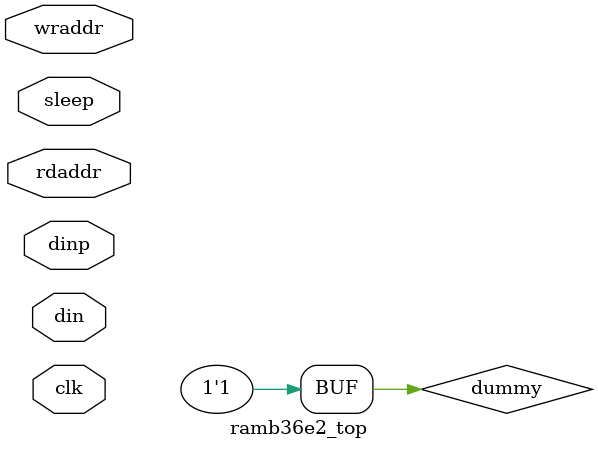
<source format=sv>

`default_nettype none

module bram_col #(
    parameter integer C_THROTTLE_MODE       = 1, // 1: clock throttling with BUFG, 0: throttle clock enable of sites FF input oscillator
    parameter integer N_BRAM                = 0, // N_BRAM max = 12
    parameter integer DISABLE_SIM_ASSERT    = 0
) (
    input wire clk,    // throttle if C_THROTTLE_MODE = 1
    input wire reset,
    input wire enable, // SW
    input wire tog_en  // throttle if C_THROTTLE_MODE = 0
);
    // Generate a column of oscillators need more than N_BRAM
    localparam integer N_SLICE_COL = 2; // = max slice used within teh column
    localparam integer N_FF_SLICE  = 16; // = Number of bits per SLICE

    generate
        if (N_BRAM > 0) begin

            (*dont_touch ="true"*) logic sleep = 1'b1;
            // pipeline enable for replication
            always_ff @(posedge clk) begin
                if (reset) begin
                    sleep <= 1'b1;
                end else begin
                    sleep <= ~enable;
                end
            end

            (*dont_touch ="true"*) logic ff = 1'b0;
            always_ff @(posedge clk) begin
                if ((C_THROTTLE_MODE == 0) && (tog_en & enable)
                 || (C_THROTTLE_MODE == 1) && (enable)) begin
                    ff <= ~ff;
                end
            end

            for (genvar kk = 0; kk < N_BRAM; kk++) begin : genblk_ramb36e2
                ramb36e2_top #(
                    .DISABLE_SIM_ASSERT ( DISABLE_SIM_ASSERT )
                ) u_ramb36e2_top (
                    .clk     ( clk      ),
                    .rdaddr  ( {15{ff}} ),
                    .wraddr  ( {15{ff}} ),
                    .din     ( {64{ff}} ),
                    .dinp    ( { 8{ff}} ),
                    .sleep   ( sleep    )
                );
            end : genblk_ramb36e2
        end
    endgenerate
endmodule : bram_col

//-----------------------------------------------------------

module ramb36e2_top #(
    parameter integer DISABLE_SIM_ASSERT = 0
) (
    input  wire         clk,
    input  wire [14:0]  rdaddr,
    input  wire [14:0]  wraddr,
    input  wire [63:0]  din,
    input  wire [7:0]   dinp,
    input  wire         sleep
 );

    (*dont_touch = "true"*) wire [63:0] wire_DOUT;
    (*dont_touch = "true"*) wire [7:0]  wire_DOUTP;
    (*dont_touch = "true"*) wire [31:0] wire_CASDOUTB;
    (*dont_touch = "true"*) wire [3:0]  wire_CASDOUTPB;
    (*dont_touch = "true"*) wire [31:0] wire_CASDOUTA;
    (*dont_touch = "true"*) wire [3:0]  wire_CASDOUTPA;
    (*dont_touch = "true"*) wire        wire_CASOUTDBITERR;
    (*dont_touch = "true"*) wire        wire_CASOUTSBITERR;
    (*dont_touch = "true"*) wire        wire_DBITERR;
    (*dont_touch = "true"*) wire [7:0]  wire_ECCPARITY;
    (*dont_touch = "true"*) wire [8:0]  wire_RDADDRECC;
    (*dont_touch = "true"*) wire        wire_SBITERR;

    // Use this to suppress warning in simulation, don't care in RTL
    wire  dummy;
    generate
        if (DISABLE_SIM_ASSERT == 1) begin
            wire  dummy_comb = (~sleep);
            logic dummy_seq = 1'b0;
            logic dummy_seq_d = 1'b0;
            always_ff @(posedge clk) begin
                dummy_seq   <= dummy_comb;
                dummy_seq_d <= dummy_seq;
            end
            assign  dummy = dummy_comb & dummy_seq & dummy_seq_d; // Apply for some cycles
        end else begin
            assign  dummy = 1'b1;
        end
    endgenerate

    // RAMB36E2: 36K-bit Configurable Synchronous Block RAM
    //           Virtex UltraScale+
    //           SDP 72
    // Xilinx HDL Language Template, version 2018.2

    RAMB36E2 #(
        .CASCADE_ORDER_A            ("NONE"     ), // "FIRST", "MIDDLE", "LAST", "NONE"
        .CASCADE_ORDER_B            ("NONE"     ), // "FIRST", "MIDDLE", "LAST", "NONE"
        .CLOCK_DOMAINS              ("COMMON"   ), // "COMMON", "INDEPENDENT"
        .DOB_REG                    (1          ), // Optional output register (0, 1)
        .SIM_COLLISION_CHECK        ("NONE"     ), // Collision check: "ALL", "GENERATE_X_ONLY", "NONE", "WARNING_ONLY"
        .DOA_REG                    (1          ), // Optional output register (0, 1)
        .ENADDRENA                  ("FALSE"    ), // Address enable pin enable, "TRUE", "FALSE"
        .ENADDRENB                  ("FALSE"    ), // Address enable pin enable, "TRUE", "FALSE"
        .EN_ECC_PIPE                ("FALSE"    ), // ECC pipeline register, "TRUE"/"FALSE"
        .EN_ECC_READ                ("FALSE"    ), // Enable ECC decoder, "TRUE"/"FALSE"
        .EN_ECC_WRITE               ("FALSE"    ), // Enable ECC encoder, "TRUE"/"FALSE"
        .IS_CLKARDCLK_INVERTED      (1'b0       ), // Programmable Inversion Attributes: Specifies the use of the built-in programmable inversion
        .IS_CLKBWRCLK_INVERTED      (1'b1       ), // Programmable Inversion Attributes: Specifies the use of the built-in programmable inversion
        .IS_ENARDEN_INVERTED        (1'b0       ), // Programmable Inversion Attributes: Specifies the use of the built-in programmable inversion
        .IS_ENBWREN_INVERTED        (1'b0       ), // Programmable Inversion Attributes: Specifies the use of the built-in programmable inversion
        .IS_RSTRAMARSTRAM_INVERTED  (1'b0       ), // Programmable Inversion Attributes: Specifies the use of the built-in programmable inversion
        .IS_RSTRAMB_INVERTED        (1'b0       ), // Programmable Inversion Attributes: Specifies the use of the built-in programmable inversion
        .IS_RSTREGARSTREG_INVERTED  (1'b0       ), // Programmable Inversion Attributes: Specifies the use of the built-in programmable inversion
        .IS_RSTREGB_INVERTED        (1'b0       ), // Programmable Inversion Attributes: Specifies the use of the built-in programmable inversion
        .RDADDRCHANGEA              ("FALSE"    ), // Disable memory access when output value does not change ("TRUE", "FALSE")
        .RDADDRCHANGEB              ("FALSE"    ), // Disable memory access when output value does not change ("TRUE", "FALSE")
        .READ_WIDTH_A               (72         ), // Read width per port
        .WRITE_WIDTH_B              (72         ), // write width per port
        .RSTREG_PRIORITY_A          ("RSTREG"   ), // Reset or enable priority ("RSTREG", "REGCE")
        .RSTREG_PRIORITY_B          ("RSTREG"   ), // Reset or enable priority ("RSTREG", "REGCE")
        .SLEEP_ASYNC                ("FALSE"    ), // Sleep Async: Sleep function asynchronous or synchronous ("TRUE", "FALSE")
        .WRITE_MODE_A               ("NO_CHANGE"), // WriteMode: "WRITE_FIRST", "NO_CHANGE", "READ_FIRST"
        .WRITE_MODE_B               ("NO_CHANGE")  // WriteMode: "WRITE_FIRST", "NO_CHANGE", "READ_FIRST"
    ) RAMB36E2_inst (
        .CASDOUTB           (wire_CASDOUTB      ), // 32-bit output: Port B cascade output data
        .CASDOUTPB          (wire_CASDOUTPB     ), // 4-bit  output: Port B cascade output parity data
        .CASDOUTA           (wire_CASDOUTA      ), // 32-bit output: Port A cascade output data
        .CASDOUTPA          (wire_CASDOUTPA     ), // 4-bit  output: Port A cascade output parity data
        .CASOUTDBITERR      (wire_CASOUTDBITERR ), // 1-bit  output: DBITERR cascade output
        .CASOUTSBITERR      (wire_CASOUTSBITERR ), // 1-bit  output: SBITERR cascade output
        .DBITERR            (wire_DBITERR       ), // 1-bit  output: Double bit error status
        .ECCPARITY          (wire_ECCPARITY     ), // 8-bit  output: Generated error correction parity
        .RDADDRECC          (wire_RDADDRECC     ), // 9-bit  output: ECC Read Address
        .SBITERR            (wire_SBITERR       ), // 1-bit  output: Single bit error status
        .DOUTADOUT          (wire_DOUT[31:0]    ), // 32-bit output: Port A ata/LSB data
        .DOUTPADOUTP        (wire_DOUTP[3:0]    ), // 4-bit  output: Port A parity/LSB parity
        .DOUTBDOUT          (wire_DOUT[63:32]   ), // 32-bit output: Port B data/MSB data
        .DOUTPBDOUTP        (wire_DOUTP[7:4]    ), // 4-bit  output: Port B parity/MSB parity
        .CASDIMUXA          (1'b0               ), // 1-bit  input: Port A input data (0=DINA, 1=CASDINA)
        .CASDIMUXB          (1'b0               ), // 1-bit  input: Port B input data (0=DINB, 1=CASDINB)
        .CASDINA            (32'b0              ), // 32-bit input: Port A cascade input data
        .CASDINB            (32'b0              ), // 32-bit input: Port B cascade input data
        .CASDINPA           ({4{1'b0}}          ), // 4-bit  input: Port A cascade input parity data
        .CASDINPB           ({4{1'b0}}          ), // 4-bit  input: Port B cascade input parity data
        .CASDOMUXA          (1'b0               ), // 1-bit  input: Port A unregistered data (0=BRAM data, 1=CASDINA)
        .CASDOMUXB          (1'b0               ), // 1-bit  input: Port B unregistered data (0=BRAM data, 1=CASDINB)
        .CASDOMUXEN_A       (1'b0               ), // 1-bit  input: Port A unregistered output data enable
        .CASDOMUXEN_B       (1'b0               ), // 1-bit  input: Port B unregistered output data enable
        .CASINDBITERR       (1'b0               ), // 1-bit  input: DBITERR cascade input
        .CASINSBITERR       (1'b0               ), // 1-bit  input: SBITERR cascade input
        .CASOREGIMUXA       (1'b0               ), // 1-bit  input: Port A registered data (0=BRAM data, 1=CASDINA)
        .CASOREGIMUXB       (1'b0               ), // 1-bit  input: Port B registered data (0=BRAM data, 1=CASDINB)
        .CASOREGIMUXEN_A    (dummy              ), // 1-bit  input: Port A registered output data enable
        .CASOREGIMUXEN_B    (dummy              ), // 1-bit  input: Port B registered output data enable
        .ECCPIPECE          (dummy              ), // 1-bit  input: ECC Pipeline Register Enable
        .INJECTDBITERR      (1'b0               ), // 1-bit  input: Inject a double bit error
        .INJECTSBITERR      (1'b0               ), // 1-bit  input: Inject a single bit error
        .SLEEP              (sleep              ), // 1-bit  input: Sleep Mode
        .ADDRENA            (dummy              ), // 1-bit  input: Active-High A/Read port address enable
        .ADDRENB            (dummy              ), // 1-bit  input: Active-High B/Write port address enable
        .REGCEB             (dummy              ), // 1-bit  input: Port B register enable
        .REGCEAREGCE        (dummy              ), // 1-bit  input: Port A register enable/Register enable
        .CLKARDCLK          (clk                ), // 1-bit  input: A/Read port clock
        .CLKBWRCLK          (clk                ), // 1-bit  input: B/Write port clock
        .RSTRAMARSTRAM      (1'b0               ), // 1-bit  input: Port A set/reset
        .RSTRAMB            (1'b0               ), // 1-bit  input: Port B set/reset
        .RSTREGARSTREG      (1'b0               ), // 1-bit  input: Port A register set/reset
        .RSTREGB            (1'b0               ), // 1-bit  input: Port B register set/reset
        .ENBWREN            (dummy              ), // 1-bit  input: Port B enable/Write enable
        .ENARDEN            (dummy              ), // 1-bit  input: Port A enable/Read enable
        .WEA                ({4{dummy}}         ), // 4-bit input: Port A byte-wide write enable. When used as SDP memory, this port is not used.
        .WEBWE              ({8{dummy}}         ), // 8-bit  input: Port B write enable/Write enable. In SDP mode, this is the byte-wide write enable.
        .ADDRARDADDR        (rdaddr             ), // 9-bit input: A/Read port address
        .ADDRBWRADDR        (wraddr             ), // 9-bit input: B/Write port address
        .DINADIN            (din[31:0]          ), // 64-bit input: Port B data/MSB data
        .DINPADINP          (dinp[3:0]          ), // 8-bit  input: Port B parity/MSB parity
        .DINBDIN            (din[63:32]         ), // 64-bit input: Port B data/MSB data
        .DINPBDINP          (dinp[7:4]          )  // 8-bit  input: Port B parity/MSB parity
    );
endmodule : ramb36e2_top
`default_nettype wire

</source>
